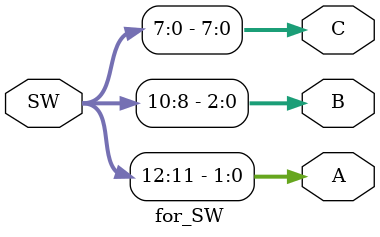
<source format=v>
`timescale 1ns/1ns
module for_SW(input[12:0] SW,output[1:0] A,output[2:0] B,output[7:0] C);
  assign A=SW[12:11];
  assign B=SW[10:8];
  assign C=SW[7:0];
endmodule
</source>
